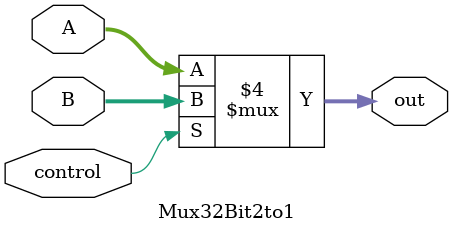
<source format=v>
`timescale 1ns / 1ps

/************************************************************
*
* Filename: Mux32Bit2to1.v
*
* Author: Thomas Gansheimer
* 
* Implements a 32 bit 2x1 mux that uses a control bit to 
* select between 2 inputs
*
************************************************************/

module Mux32Bit2to1(A, B, out, control);
    input [31:0] A, B;
    input control;
    output reg [31:0] out;
    
    always @*begin
        if(control == 1'b1)begin
            out <= B;
        end
        
        else begin
            out <= A;
        end
    end
endmodule

</source>
